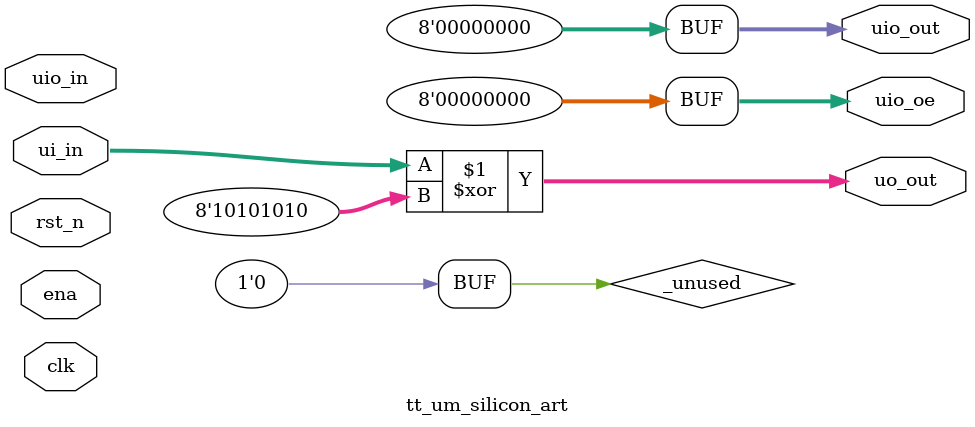
<source format=v>

`default_nettype none

module tt_um_silicon_art (
`ifdef USE_POWER_PINS
    inout  wire       VPWR,
    inout  wire       VGND,
`endif
    input  wire [7:0] ui_in,
    output wire [7:0] uo_out,
    input  wire [7:0] uio_in,
    output wire [7:0] uio_out,
    output wire [7:0] uio_oe,
    input  wire       ena,
    input  wire       clk,
    input  wire       rst_n
);

    assign uo_out = ui_in ^ 8'hAA;
    assign uio_out = 8'b0;
    assign uio_oe = 8'b0;

    wire _unused = &{ena, clk, rst_n, uio_in, 1'b0};

endmodule

</source>
